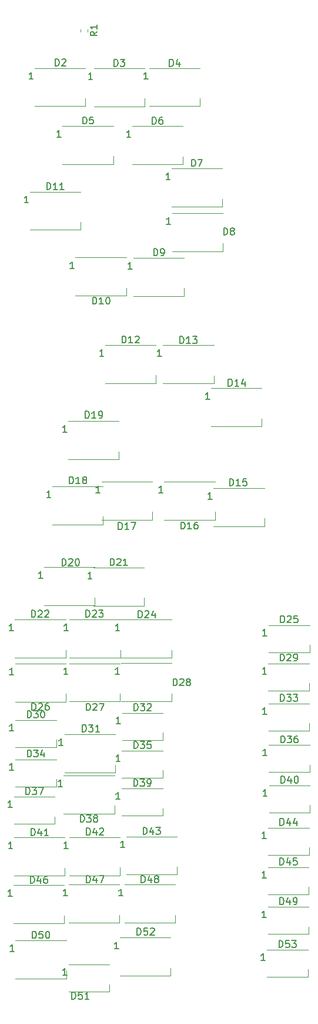
<source format=gbr>
%TF.GenerationSoftware,KiCad,Pcbnew,(5.1.12-1-10_14)*%
%TF.CreationDate,2021-11-21T12:04:54+11:00*%
%TF.ProjectId,SPIN RCV Panel PCB V1,5350494e-2052-4435-9620-50616e656c20,rev?*%
%TF.SameCoordinates,Original*%
%TF.FileFunction,Legend,Top*%
%TF.FilePolarity,Positive*%
%FSLAX46Y46*%
G04 Gerber Fmt 4.6, Leading zero omitted, Abs format (unit mm)*
G04 Created by KiCad (PCBNEW (5.1.12-1-10_14)) date 2021-11-21 12:04:54*
%MOMM*%
%LPD*%
G01*
G04 APERTURE LIST*
%ADD10C,0.120000*%
%ADD11C,0.150000*%
G04 APERTURE END LIST*
D10*
%TO.C,D53*%
X268858000Y-154525000D02*
X274758000Y-154525000D01*
X268858000Y-158425000D02*
X274758000Y-158425000D01*
X274758000Y-158425000D02*
X274758000Y-157350000D01*
%TO.C,D51*%
X240294000Y-156647000D02*
X246194000Y-156647000D01*
X240294000Y-160547000D02*
X246194000Y-160547000D01*
X246194000Y-160547000D02*
X246194000Y-159472000D01*
%TO.C,D49*%
X268996000Y-148367000D02*
X274896000Y-148367000D01*
X268996000Y-152267000D02*
X274896000Y-152267000D01*
X274896000Y-152267000D02*
X274896000Y-151192000D01*
%TO.C,D45*%
X269008000Y-142652000D02*
X274908000Y-142652000D01*
X269008000Y-146552000D02*
X274908000Y-146552000D01*
X274908000Y-146552000D02*
X274908000Y-145477000D01*
%TO.C,D44*%
X269022000Y-136962000D02*
X274922000Y-136962000D01*
X269022000Y-140862000D02*
X274922000Y-140862000D01*
X274922000Y-140862000D02*
X274922000Y-139787000D01*
%TO.C,D40*%
X269160000Y-130892000D02*
X275060000Y-130892000D01*
X269160000Y-134792000D02*
X275060000Y-134792000D01*
X275060000Y-134792000D02*
X275060000Y-133717000D01*
%TO.C,D39*%
X247954000Y-131335000D02*
X253854000Y-131335000D01*
X247954000Y-135235000D02*
X253854000Y-135235000D01*
X253854000Y-135235000D02*
X253854000Y-134160000D01*
%TO.C,D37*%
X232418000Y-132517000D02*
X238318000Y-132517000D01*
X232418000Y-136417000D02*
X238318000Y-136417000D01*
X238318000Y-136417000D02*
X238318000Y-135342000D01*
%TO.C,D36*%
X269137000Y-125087000D02*
X275037000Y-125087000D01*
X269137000Y-128987000D02*
X275037000Y-128987000D01*
X275037000Y-128987000D02*
X275037000Y-127912000D01*
%TO.C,D35*%
X247979000Y-125900000D02*
X253879000Y-125900000D01*
X247979000Y-129800000D02*
X253879000Y-129800000D01*
X253879000Y-129800000D02*
X253879000Y-128725000D01*
%TO.C,D34*%
X232623000Y-127133000D02*
X238523000Y-127133000D01*
X232623000Y-131033000D02*
X238523000Y-131033000D01*
X238523000Y-131033000D02*
X238523000Y-129958000D01*
%TO.C,D33*%
X269087000Y-119118000D02*
X274987000Y-119118000D01*
X269087000Y-123018000D02*
X274987000Y-123018000D01*
X274987000Y-123018000D02*
X274987000Y-121943000D01*
%TO.C,D32*%
X248005000Y-120464000D02*
X253905000Y-120464000D01*
X248005000Y-124364000D02*
X253905000Y-124364000D01*
X253905000Y-124364000D02*
X253905000Y-123289000D01*
%TO.C,D30*%
X232638000Y-121505000D02*
X238538000Y-121505000D01*
X232638000Y-125405000D02*
X238538000Y-125405000D01*
X238538000Y-125405000D02*
X238538000Y-124330000D01*
%TO.C,D29*%
X269056000Y-113327000D02*
X274956000Y-113327000D01*
X269056000Y-117227000D02*
X274956000Y-117227000D01*
X274956000Y-117227000D02*
X274956000Y-116152000D01*
%TO.C,D25*%
X269100000Y-107825000D02*
X275000000Y-107825000D01*
X269100000Y-111725000D02*
X275000000Y-111725000D01*
X275000000Y-111725000D02*
X275000000Y-110650000D01*
%TO.C,R1*%
X242035000Y-22163821D02*
X242035000Y-22489379D01*
X243055000Y-22163821D02*
X243055000Y-22489379D01*
%TO.C,D52*%
X254997000Y-158274000D02*
X254997000Y-157124000D01*
X247697000Y-158274000D02*
X254997000Y-158274000D01*
X247697000Y-152774000D02*
X254997000Y-152774000D01*
%TO.C,D50*%
X239958000Y-158655000D02*
X239958000Y-157505000D01*
X232658000Y-158655000D02*
X239958000Y-158655000D01*
X232658000Y-153155000D02*
X239958000Y-153155000D01*
%TO.C,D48*%
X255632000Y-150654000D02*
X255632000Y-149504000D01*
X248332000Y-150654000D02*
X255632000Y-150654000D01*
X248332000Y-145154000D02*
X255632000Y-145154000D01*
%TO.C,D47*%
X247631000Y-150654000D02*
X247631000Y-149504000D01*
X240331000Y-150654000D02*
X247631000Y-150654000D01*
X240331000Y-145154000D02*
X247631000Y-145154000D01*
%TO.C,D46*%
X239678000Y-150731000D02*
X239678000Y-149581000D01*
X232378000Y-150731000D02*
X239678000Y-150731000D01*
X232378000Y-145231000D02*
X239678000Y-145231000D01*
%TO.C,D43*%
X255897000Y-143720000D02*
X255897000Y-142570000D01*
X248597000Y-143720000D02*
X255897000Y-143720000D01*
X248597000Y-138220000D02*
X255897000Y-138220000D01*
%TO.C,D42*%
X247730000Y-143821000D02*
X247730000Y-142671000D01*
X240430000Y-143821000D02*
X247730000Y-143821000D01*
X240430000Y-138321000D02*
X247730000Y-138321000D01*
%TO.C,D41*%
X239731000Y-143872000D02*
X239731000Y-142722000D01*
X232431000Y-143872000D02*
X239731000Y-143872000D01*
X232431000Y-138372000D02*
X239731000Y-138372000D01*
%TO.C,D38*%
X246900000Y-134950000D02*
X246900000Y-133800000D01*
X239600000Y-134950000D02*
X246900000Y-134950000D01*
X239600000Y-129450000D02*
X246900000Y-129450000D01*
%TO.C,D31*%
X247000000Y-129050000D02*
X247000000Y-127900000D01*
X239700000Y-129050000D02*
X247000000Y-129050000D01*
X239700000Y-123550000D02*
X247000000Y-123550000D01*
%TO.C,D28*%
X255124000Y-118803000D02*
X255124000Y-117653000D01*
X247824000Y-118803000D02*
X255124000Y-118803000D01*
X247824000Y-113303000D02*
X255124000Y-113303000D01*
%TO.C,D27*%
X247707000Y-118828000D02*
X247707000Y-117678000D01*
X240407000Y-118828000D02*
X247707000Y-118828000D01*
X240407000Y-113328000D02*
X247707000Y-113328000D01*
%TO.C,D26*%
X239884000Y-118853000D02*
X239884000Y-117703000D01*
X232584000Y-118853000D02*
X239884000Y-118853000D01*
X232584000Y-113353000D02*
X239884000Y-113353000D01*
%TO.C,D24*%
X255149000Y-112529000D02*
X255149000Y-111379000D01*
X247849000Y-112529000D02*
X255149000Y-112529000D01*
X247849000Y-107029000D02*
X255149000Y-107029000D01*
%TO.C,D23*%
X247744000Y-112529000D02*
X247744000Y-111379000D01*
X240444000Y-112529000D02*
X247744000Y-112529000D01*
X240444000Y-107029000D02*
X247744000Y-107029000D01*
%TO.C,D22*%
X239858000Y-112529000D02*
X239858000Y-111379000D01*
X232558000Y-112529000D02*
X239858000Y-112529000D01*
X232558000Y-107029000D02*
X239858000Y-107029000D01*
%TO.C,D21*%
X251161000Y-105061000D02*
X251161000Y-103911000D01*
X243861000Y-105061000D02*
X251161000Y-105061000D01*
X243861000Y-99561000D02*
X251161000Y-99561000D01*
%TO.C,D20*%
X244075000Y-105010000D02*
X244075000Y-103860000D01*
X236775000Y-105010000D02*
X244075000Y-105010000D01*
X236775000Y-99510000D02*
X244075000Y-99510000D01*
%TO.C,D19*%
X247552000Y-84004400D02*
X247552000Y-82854400D01*
X240252000Y-84004400D02*
X247552000Y-84004400D01*
X240252000Y-78504400D02*
X247552000Y-78504400D01*
%TO.C,D18*%
X245243000Y-93377000D02*
X245243000Y-92227000D01*
X237943000Y-93377000D02*
X245243000Y-93377000D01*
X237943000Y-87877000D02*
X245243000Y-87877000D01*
%TO.C,D17*%
X252340000Y-92700000D02*
X252340000Y-91550000D01*
X245040000Y-92700000D02*
X252340000Y-92700000D01*
X245040000Y-87200000D02*
X252340000Y-87200000D01*
%TO.C,D16*%
X261380000Y-92700000D02*
X261380000Y-91550000D01*
X254080000Y-92700000D02*
X261380000Y-92700000D01*
X254080000Y-87200000D02*
X261380000Y-87200000D01*
%TO.C,D15*%
X268484000Y-93605600D02*
X268484000Y-92455600D01*
X261184000Y-93605600D02*
X268484000Y-93605600D01*
X261184000Y-88105600D02*
X268484000Y-88105600D01*
%TO.C,D14*%
X268129000Y-79254600D02*
X268129000Y-78104600D01*
X260829000Y-79254600D02*
X268129000Y-79254600D01*
X260829000Y-73754600D02*
X268129000Y-73754600D01*
%TO.C,D13*%
X261194000Y-73082400D02*
X261194000Y-71932400D01*
X253894000Y-73082400D02*
X261194000Y-73082400D01*
X253894000Y-67582400D02*
X261194000Y-67582400D01*
%TO.C,D12*%
X252863000Y-73057000D02*
X252863000Y-71907000D01*
X245563000Y-73057000D02*
X252863000Y-73057000D01*
X245563000Y-67557000D02*
X252863000Y-67557000D01*
%TO.C,D11*%
X242017000Y-51009800D02*
X242017000Y-49859800D01*
X234717000Y-51009800D02*
X242017000Y-51009800D01*
X234717000Y-45509800D02*
X242017000Y-45509800D01*
%TO.C,D10*%
X248594000Y-60484000D02*
X248594000Y-59334000D01*
X241294000Y-60484000D02*
X248594000Y-60484000D01*
X241294000Y-54984000D02*
X248594000Y-54984000D01*
%TO.C,D9*%
X256953000Y-60509800D02*
X256953000Y-59359800D01*
X249653000Y-60509800D02*
X256953000Y-60509800D01*
X249653000Y-55009800D02*
X256953000Y-55009800D01*
%TO.C,D8*%
X262488000Y-54083600D02*
X262488000Y-52933600D01*
X255188000Y-54083600D02*
X262488000Y-54083600D01*
X255188000Y-48583600D02*
X262488000Y-48583600D01*
%TO.C,D7*%
X262425000Y-47682600D02*
X262425000Y-46532600D01*
X255125000Y-47682600D02*
X262425000Y-47682600D01*
X255125000Y-42182600D02*
X262425000Y-42182600D01*
%TO.C,D6*%
X256749000Y-41586800D02*
X256749000Y-40436800D01*
X249449000Y-41586800D02*
X256749000Y-41586800D01*
X249449000Y-36086800D02*
X256749000Y-36086800D01*
%TO.C,D5*%
X246716000Y-41535600D02*
X246716000Y-40385600D01*
X239416000Y-41535600D02*
X246716000Y-41535600D01*
X239416000Y-36035600D02*
X246716000Y-36035600D01*
%TO.C,D4*%
X259239000Y-33230200D02*
X259239000Y-32080200D01*
X251939000Y-33230200D02*
X259239000Y-33230200D01*
X251939000Y-27730200D02*
X259239000Y-27730200D01*
%TO.C,D3*%
X251261000Y-33255600D02*
X251261000Y-32105600D01*
X243961000Y-33255600D02*
X251261000Y-33255600D01*
X243961000Y-27755600D02*
X251261000Y-27755600D01*
%TO.C,D2*%
X242701000Y-33229800D02*
X242701000Y-32079800D01*
X235401000Y-33229800D02*
X242701000Y-33229800D01*
X235401000Y-27729800D02*
X242701000Y-27729800D01*
%TO.C,D53*%
D11*
X270593714Y-154177380D02*
X270593714Y-153177380D01*
X270831809Y-153177380D01*
X270974666Y-153225000D01*
X271069904Y-153320238D01*
X271117523Y-153415476D01*
X271165142Y-153605952D01*
X271165142Y-153748809D01*
X271117523Y-153939285D01*
X271069904Y-154034523D01*
X270974666Y-154129761D01*
X270831809Y-154177380D01*
X270593714Y-154177380D01*
X272069904Y-153177380D02*
X271593714Y-153177380D01*
X271546095Y-153653571D01*
X271593714Y-153605952D01*
X271688952Y-153558333D01*
X271927047Y-153558333D01*
X272022285Y-153605952D01*
X272069904Y-153653571D01*
X272117523Y-153748809D01*
X272117523Y-153986904D01*
X272069904Y-154082142D01*
X272022285Y-154129761D01*
X271927047Y-154177380D01*
X271688952Y-154177380D01*
X271593714Y-154129761D01*
X271546095Y-154082142D01*
X272450857Y-153177380D02*
X273069904Y-153177380D01*
X272736571Y-153558333D01*
X272879428Y-153558333D01*
X272974666Y-153605952D01*
X273022285Y-153653571D01*
X273069904Y-153748809D01*
X273069904Y-153986904D01*
X273022285Y-154082142D01*
X272974666Y-154129761D01*
X272879428Y-154177380D01*
X272593714Y-154177380D01*
X272498476Y-154129761D01*
X272450857Y-154082142D01*
X268593714Y-156052380D02*
X268022285Y-156052380D01*
X268308000Y-156052380D02*
X268308000Y-155052380D01*
X268212761Y-155195238D01*
X268117523Y-155290476D01*
X268022285Y-155338095D01*
%TO.C,D51*%
X240760714Y-161602380D02*
X240760714Y-160602380D01*
X240998809Y-160602380D01*
X241141666Y-160650000D01*
X241236904Y-160745238D01*
X241284523Y-160840476D01*
X241332142Y-161030952D01*
X241332142Y-161173809D01*
X241284523Y-161364285D01*
X241236904Y-161459523D01*
X241141666Y-161554761D01*
X240998809Y-161602380D01*
X240760714Y-161602380D01*
X242236904Y-160602380D02*
X241760714Y-160602380D01*
X241713095Y-161078571D01*
X241760714Y-161030952D01*
X241855952Y-160983333D01*
X242094047Y-160983333D01*
X242189285Y-161030952D01*
X242236904Y-161078571D01*
X242284523Y-161173809D01*
X242284523Y-161411904D01*
X242236904Y-161507142D01*
X242189285Y-161554761D01*
X242094047Y-161602380D01*
X241855952Y-161602380D01*
X241760714Y-161554761D01*
X241713095Y-161507142D01*
X243236904Y-161602380D02*
X242665476Y-161602380D01*
X242951190Y-161602380D02*
X242951190Y-160602380D01*
X242855952Y-160745238D01*
X242760714Y-160840476D01*
X242665476Y-160888095D01*
X240029714Y-158174380D02*
X239458285Y-158174380D01*
X239744000Y-158174380D02*
X239744000Y-157174380D01*
X239648761Y-157317238D01*
X239553523Y-157412476D01*
X239458285Y-157460095D01*
%TO.C,D49*%
X270731714Y-148019380D02*
X270731714Y-147019380D01*
X270969809Y-147019380D01*
X271112666Y-147067000D01*
X271207904Y-147162238D01*
X271255523Y-147257476D01*
X271303142Y-147447952D01*
X271303142Y-147590809D01*
X271255523Y-147781285D01*
X271207904Y-147876523D01*
X271112666Y-147971761D01*
X270969809Y-148019380D01*
X270731714Y-148019380D01*
X272160285Y-147352714D02*
X272160285Y-148019380D01*
X271922190Y-146971761D02*
X271684095Y-147686047D01*
X272303142Y-147686047D01*
X272731714Y-148019380D02*
X272922190Y-148019380D01*
X273017428Y-147971761D01*
X273065047Y-147924142D01*
X273160285Y-147781285D01*
X273207904Y-147590809D01*
X273207904Y-147209857D01*
X273160285Y-147114619D01*
X273112666Y-147067000D01*
X273017428Y-147019380D01*
X272826952Y-147019380D01*
X272731714Y-147067000D01*
X272684095Y-147114619D01*
X272636476Y-147209857D01*
X272636476Y-147447952D01*
X272684095Y-147543190D01*
X272731714Y-147590809D01*
X272826952Y-147638428D01*
X273017428Y-147638428D01*
X273112666Y-147590809D01*
X273160285Y-147543190D01*
X273207904Y-147447952D01*
X268731714Y-149894380D02*
X268160285Y-149894380D01*
X268446000Y-149894380D02*
X268446000Y-148894380D01*
X268350761Y-149037238D01*
X268255523Y-149132476D01*
X268160285Y-149180095D01*
%TO.C,D45*%
X270743714Y-142304380D02*
X270743714Y-141304380D01*
X270981809Y-141304380D01*
X271124666Y-141352000D01*
X271219904Y-141447238D01*
X271267523Y-141542476D01*
X271315142Y-141732952D01*
X271315142Y-141875809D01*
X271267523Y-142066285D01*
X271219904Y-142161523D01*
X271124666Y-142256761D01*
X270981809Y-142304380D01*
X270743714Y-142304380D01*
X272172285Y-141637714D02*
X272172285Y-142304380D01*
X271934190Y-141256761D02*
X271696095Y-141971047D01*
X272315142Y-141971047D01*
X273172285Y-141304380D02*
X272696095Y-141304380D01*
X272648476Y-141780571D01*
X272696095Y-141732952D01*
X272791333Y-141685333D01*
X273029428Y-141685333D01*
X273124666Y-141732952D01*
X273172285Y-141780571D01*
X273219904Y-141875809D01*
X273219904Y-142113904D01*
X273172285Y-142209142D01*
X273124666Y-142256761D01*
X273029428Y-142304380D01*
X272791333Y-142304380D01*
X272696095Y-142256761D01*
X272648476Y-142209142D01*
X268743714Y-144179380D02*
X268172285Y-144179380D01*
X268458000Y-144179380D02*
X268458000Y-143179380D01*
X268362761Y-143322238D01*
X268267523Y-143417476D01*
X268172285Y-143465095D01*
%TO.C,D44*%
X270757714Y-136614380D02*
X270757714Y-135614380D01*
X270995809Y-135614380D01*
X271138666Y-135662000D01*
X271233904Y-135757238D01*
X271281523Y-135852476D01*
X271329142Y-136042952D01*
X271329142Y-136185809D01*
X271281523Y-136376285D01*
X271233904Y-136471523D01*
X271138666Y-136566761D01*
X270995809Y-136614380D01*
X270757714Y-136614380D01*
X272186285Y-135947714D02*
X272186285Y-136614380D01*
X271948190Y-135566761D02*
X271710095Y-136281047D01*
X272329142Y-136281047D01*
X273138666Y-135947714D02*
X273138666Y-136614380D01*
X272900571Y-135566761D02*
X272662476Y-136281047D01*
X273281523Y-136281047D01*
X268757714Y-138489380D02*
X268186285Y-138489380D01*
X268472000Y-138489380D02*
X268472000Y-137489380D01*
X268376761Y-137632238D01*
X268281523Y-137727476D01*
X268186285Y-137775095D01*
%TO.C,D40*%
X270895714Y-130544380D02*
X270895714Y-129544380D01*
X271133809Y-129544380D01*
X271276666Y-129592000D01*
X271371904Y-129687238D01*
X271419523Y-129782476D01*
X271467142Y-129972952D01*
X271467142Y-130115809D01*
X271419523Y-130306285D01*
X271371904Y-130401523D01*
X271276666Y-130496761D01*
X271133809Y-130544380D01*
X270895714Y-130544380D01*
X272324285Y-129877714D02*
X272324285Y-130544380D01*
X272086190Y-129496761D02*
X271848095Y-130211047D01*
X272467142Y-130211047D01*
X273038571Y-129544380D02*
X273133809Y-129544380D01*
X273229047Y-129592000D01*
X273276666Y-129639619D01*
X273324285Y-129734857D01*
X273371904Y-129925333D01*
X273371904Y-130163428D01*
X273324285Y-130353904D01*
X273276666Y-130449142D01*
X273229047Y-130496761D01*
X273133809Y-130544380D01*
X273038571Y-130544380D01*
X272943333Y-130496761D01*
X272895714Y-130449142D01*
X272848095Y-130353904D01*
X272800476Y-130163428D01*
X272800476Y-129925333D01*
X272848095Y-129734857D01*
X272895714Y-129639619D01*
X272943333Y-129592000D01*
X273038571Y-129544380D01*
X268895714Y-132419380D02*
X268324285Y-132419380D01*
X268610000Y-132419380D02*
X268610000Y-131419380D01*
X268514761Y-131562238D01*
X268419523Y-131657476D01*
X268324285Y-131705095D01*
%TO.C,D39*%
X249689714Y-130987380D02*
X249689714Y-129987380D01*
X249927809Y-129987380D01*
X250070666Y-130035000D01*
X250165904Y-130130238D01*
X250213523Y-130225476D01*
X250261142Y-130415952D01*
X250261142Y-130558809D01*
X250213523Y-130749285D01*
X250165904Y-130844523D01*
X250070666Y-130939761D01*
X249927809Y-130987380D01*
X249689714Y-130987380D01*
X250594476Y-129987380D02*
X251213523Y-129987380D01*
X250880190Y-130368333D01*
X251023047Y-130368333D01*
X251118285Y-130415952D01*
X251165904Y-130463571D01*
X251213523Y-130558809D01*
X251213523Y-130796904D01*
X251165904Y-130892142D01*
X251118285Y-130939761D01*
X251023047Y-130987380D01*
X250737333Y-130987380D01*
X250642095Y-130939761D01*
X250594476Y-130892142D01*
X251689714Y-130987380D02*
X251880190Y-130987380D01*
X251975428Y-130939761D01*
X252023047Y-130892142D01*
X252118285Y-130749285D01*
X252165904Y-130558809D01*
X252165904Y-130177857D01*
X252118285Y-130082619D01*
X252070666Y-130035000D01*
X251975428Y-129987380D01*
X251784952Y-129987380D01*
X251689714Y-130035000D01*
X251642095Y-130082619D01*
X251594476Y-130177857D01*
X251594476Y-130415952D01*
X251642095Y-130511190D01*
X251689714Y-130558809D01*
X251784952Y-130606428D01*
X251975428Y-130606428D01*
X252070666Y-130558809D01*
X252118285Y-130511190D01*
X252165904Y-130415952D01*
X247689714Y-132862380D02*
X247118285Y-132862380D01*
X247404000Y-132862380D02*
X247404000Y-131862380D01*
X247308761Y-132005238D01*
X247213523Y-132100476D01*
X247118285Y-132148095D01*
%TO.C,D37*%
X234153714Y-132169380D02*
X234153714Y-131169380D01*
X234391809Y-131169380D01*
X234534666Y-131217000D01*
X234629904Y-131312238D01*
X234677523Y-131407476D01*
X234725142Y-131597952D01*
X234725142Y-131740809D01*
X234677523Y-131931285D01*
X234629904Y-132026523D01*
X234534666Y-132121761D01*
X234391809Y-132169380D01*
X234153714Y-132169380D01*
X235058476Y-131169380D02*
X235677523Y-131169380D01*
X235344190Y-131550333D01*
X235487047Y-131550333D01*
X235582285Y-131597952D01*
X235629904Y-131645571D01*
X235677523Y-131740809D01*
X235677523Y-131978904D01*
X235629904Y-132074142D01*
X235582285Y-132121761D01*
X235487047Y-132169380D01*
X235201333Y-132169380D01*
X235106095Y-132121761D01*
X235058476Y-132074142D01*
X236010857Y-131169380D02*
X236677523Y-131169380D01*
X236248952Y-132169380D01*
X232153714Y-134044380D02*
X231582285Y-134044380D01*
X231868000Y-134044380D02*
X231868000Y-133044380D01*
X231772761Y-133187238D01*
X231677523Y-133282476D01*
X231582285Y-133330095D01*
%TO.C,D36*%
X270872714Y-124739380D02*
X270872714Y-123739380D01*
X271110809Y-123739380D01*
X271253666Y-123787000D01*
X271348904Y-123882238D01*
X271396523Y-123977476D01*
X271444142Y-124167952D01*
X271444142Y-124310809D01*
X271396523Y-124501285D01*
X271348904Y-124596523D01*
X271253666Y-124691761D01*
X271110809Y-124739380D01*
X270872714Y-124739380D01*
X271777476Y-123739380D02*
X272396523Y-123739380D01*
X272063190Y-124120333D01*
X272206047Y-124120333D01*
X272301285Y-124167952D01*
X272348904Y-124215571D01*
X272396523Y-124310809D01*
X272396523Y-124548904D01*
X272348904Y-124644142D01*
X272301285Y-124691761D01*
X272206047Y-124739380D01*
X271920333Y-124739380D01*
X271825095Y-124691761D01*
X271777476Y-124644142D01*
X273253666Y-123739380D02*
X273063190Y-123739380D01*
X272967952Y-123787000D01*
X272920333Y-123834619D01*
X272825095Y-123977476D01*
X272777476Y-124167952D01*
X272777476Y-124548904D01*
X272825095Y-124644142D01*
X272872714Y-124691761D01*
X272967952Y-124739380D01*
X273158428Y-124739380D01*
X273253666Y-124691761D01*
X273301285Y-124644142D01*
X273348904Y-124548904D01*
X273348904Y-124310809D01*
X273301285Y-124215571D01*
X273253666Y-124167952D01*
X273158428Y-124120333D01*
X272967952Y-124120333D01*
X272872714Y-124167952D01*
X272825095Y-124215571D01*
X272777476Y-124310809D01*
X268872714Y-126614380D02*
X268301285Y-126614380D01*
X268587000Y-126614380D02*
X268587000Y-125614380D01*
X268491761Y-125757238D01*
X268396523Y-125852476D01*
X268301285Y-125900095D01*
%TO.C,D35*%
X249714714Y-125552380D02*
X249714714Y-124552380D01*
X249952809Y-124552380D01*
X250095666Y-124600000D01*
X250190904Y-124695238D01*
X250238523Y-124790476D01*
X250286142Y-124980952D01*
X250286142Y-125123809D01*
X250238523Y-125314285D01*
X250190904Y-125409523D01*
X250095666Y-125504761D01*
X249952809Y-125552380D01*
X249714714Y-125552380D01*
X250619476Y-124552380D02*
X251238523Y-124552380D01*
X250905190Y-124933333D01*
X251048047Y-124933333D01*
X251143285Y-124980952D01*
X251190904Y-125028571D01*
X251238523Y-125123809D01*
X251238523Y-125361904D01*
X251190904Y-125457142D01*
X251143285Y-125504761D01*
X251048047Y-125552380D01*
X250762333Y-125552380D01*
X250667095Y-125504761D01*
X250619476Y-125457142D01*
X252143285Y-124552380D02*
X251667095Y-124552380D01*
X251619476Y-125028571D01*
X251667095Y-124980952D01*
X251762333Y-124933333D01*
X252000428Y-124933333D01*
X252095666Y-124980952D01*
X252143285Y-125028571D01*
X252190904Y-125123809D01*
X252190904Y-125361904D01*
X252143285Y-125457142D01*
X252095666Y-125504761D01*
X252000428Y-125552380D01*
X251762333Y-125552380D01*
X251667095Y-125504761D01*
X251619476Y-125457142D01*
X247714714Y-127427380D02*
X247143285Y-127427380D01*
X247429000Y-127427380D02*
X247429000Y-126427380D01*
X247333761Y-126570238D01*
X247238523Y-126665476D01*
X247143285Y-126713095D01*
%TO.C,D34*%
X234358714Y-126785380D02*
X234358714Y-125785380D01*
X234596809Y-125785380D01*
X234739666Y-125833000D01*
X234834904Y-125928238D01*
X234882523Y-126023476D01*
X234930142Y-126213952D01*
X234930142Y-126356809D01*
X234882523Y-126547285D01*
X234834904Y-126642523D01*
X234739666Y-126737761D01*
X234596809Y-126785380D01*
X234358714Y-126785380D01*
X235263476Y-125785380D02*
X235882523Y-125785380D01*
X235549190Y-126166333D01*
X235692047Y-126166333D01*
X235787285Y-126213952D01*
X235834904Y-126261571D01*
X235882523Y-126356809D01*
X235882523Y-126594904D01*
X235834904Y-126690142D01*
X235787285Y-126737761D01*
X235692047Y-126785380D01*
X235406333Y-126785380D01*
X235311095Y-126737761D01*
X235263476Y-126690142D01*
X236739666Y-126118714D02*
X236739666Y-126785380D01*
X236501571Y-125737761D02*
X236263476Y-126452047D01*
X236882523Y-126452047D01*
X232358714Y-128660380D02*
X231787285Y-128660380D01*
X232073000Y-128660380D02*
X232073000Y-127660380D01*
X231977761Y-127803238D01*
X231882523Y-127898476D01*
X231787285Y-127946095D01*
%TO.C,D33*%
X270822714Y-118770380D02*
X270822714Y-117770380D01*
X271060809Y-117770380D01*
X271203666Y-117818000D01*
X271298904Y-117913238D01*
X271346523Y-118008476D01*
X271394142Y-118198952D01*
X271394142Y-118341809D01*
X271346523Y-118532285D01*
X271298904Y-118627523D01*
X271203666Y-118722761D01*
X271060809Y-118770380D01*
X270822714Y-118770380D01*
X271727476Y-117770380D02*
X272346523Y-117770380D01*
X272013190Y-118151333D01*
X272156047Y-118151333D01*
X272251285Y-118198952D01*
X272298904Y-118246571D01*
X272346523Y-118341809D01*
X272346523Y-118579904D01*
X272298904Y-118675142D01*
X272251285Y-118722761D01*
X272156047Y-118770380D01*
X271870333Y-118770380D01*
X271775095Y-118722761D01*
X271727476Y-118675142D01*
X272679857Y-117770380D02*
X273298904Y-117770380D01*
X272965571Y-118151333D01*
X273108428Y-118151333D01*
X273203666Y-118198952D01*
X273251285Y-118246571D01*
X273298904Y-118341809D01*
X273298904Y-118579904D01*
X273251285Y-118675142D01*
X273203666Y-118722761D01*
X273108428Y-118770380D01*
X272822714Y-118770380D01*
X272727476Y-118722761D01*
X272679857Y-118675142D01*
X268822714Y-120645380D02*
X268251285Y-120645380D01*
X268537000Y-120645380D02*
X268537000Y-119645380D01*
X268441761Y-119788238D01*
X268346523Y-119883476D01*
X268251285Y-119931095D01*
%TO.C,D32*%
X249740714Y-120116380D02*
X249740714Y-119116380D01*
X249978809Y-119116380D01*
X250121666Y-119164000D01*
X250216904Y-119259238D01*
X250264523Y-119354476D01*
X250312142Y-119544952D01*
X250312142Y-119687809D01*
X250264523Y-119878285D01*
X250216904Y-119973523D01*
X250121666Y-120068761D01*
X249978809Y-120116380D01*
X249740714Y-120116380D01*
X250645476Y-119116380D02*
X251264523Y-119116380D01*
X250931190Y-119497333D01*
X251074047Y-119497333D01*
X251169285Y-119544952D01*
X251216904Y-119592571D01*
X251264523Y-119687809D01*
X251264523Y-119925904D01*
X251216904Y-120021142D01*
X251169285Y-120068761D01*
X251074047Y-120116380D01*
X250788333Y-120116380D01*
X250693095Y-120068761D01*
X250645476Y-120021142D01*
X251645476Y-119211619D02*
X251693095Y-119164000D01*
X251788333Y-119116380D01*
X252026428Y-119116380D01*
X252121666Y-119164000D01*
X252169285Y-119211619D01*
X252216904Y-119306857D01*
X252216904Y-119402095D01*
X252169285Y-119544952D01*
X251597857Y-120116380D01*
X252216904Y-120116380D01*
X247740714Y-121991380D02*
X247169285Y-121991380D01*
X247455000Y-121991380D02*
X247455000Y-120991380D01*
X247359761Y-121134238D01*
X247264523Y-121229476D01*
X247169285Y-121277095D01*
%TO.C,D30*%
X234373714Y-121157380D02*
X234373714Y-120157380D01*
X234611809Y-120157380D01*
X234754666Y-120205000D01*
X234849904Y-120300238D01*
X234897523Y-120395476D01*
X234945142Y-120585952D01*
X234945142Y-120728809D01*
X234897523Y-120919285D01*
X234849904Y-121014523D01*
X234754666Y-121109761D01*
X234611809Y-121157380D01*
X234373714Y-121157380D01*
X235278476Y-120157380D02*
X235897523Y-120157380D01*
X235564190Y-120538333D01*
X235707047Y-120538333D01*
X235802285Y-120585952D01*
X235849904Y-120633571D01*
X235897523Y-120728809D01*
X235897523Y-120966904D01*
X235849904Y-121062142D01*
X235802285Y-121109761D01*
X235707047Y-121157380D01*
X235421333Y-121157380D01*
X235326095Y-121109761D01*
X235278476Y-121062142D01*
X236516571Y-120157380D02*
X236611809Y-120157380D01*
X236707047Y-120205000D01*
X236754666Y-120252619D01*
X236802285Y-120347857D01*
X236849904Y-120538333D01*
X236849904Y-120776428D01*
X236802285Y-120966904D01*
X236754666Y-121062142D01*
X236707047Y-121109761D01*
X236611809Y-121157380D01*
X236516571Y-121157380D01*
X236421333Y-121109761D01*
X236373714Y-121062142D01*
X236326095Y-120966904D01*
X236278476Y-120776428D01*
X236278476Y-120538333D01*
X236326095Y-120347857D01*
X236373714Y-120252619D01*
X236421333Y-120205000D01*
X236516571Y-120157380D01*
X232373714Y-123032380D02*
X231802285Y-123032380D01*
X232088000Y-123032380D02*
X232088000Y-122032380D01*
X231992761Y-122175238D01*
X231897523Y-122270476D01*
X231802285Y-122318095D01*
%TO.C,D29*%
X270791714Y-112979380D02*
X270791714Y-111979380D01*
X271029809Y-111979380D01*
X271172666Y-112027000D01*
X271267904Y-112122238D01*
X271315523Y-112217476D01*
X271363142Y-112407952D01*
X271363142Y-112550809D01*
X271315523Y-112741285D01*
X271267904Y-112836523D01*
X271172666Y-112931761D01*
X271029809Y-112979380D01*
X270791714Y-112979380D01*
X271744095Y-112074619D02*
X271791714Y-112027000D01*
X271886952Y-111979380D01*
X272125047Y-111979380D01*
X272220285Y-112027000D01*
X272267904Y-112074619D01*
X272315523Y-112169857D01*
X272315523Y-112265095D01*
X272267904Y-112407952D01*
X271696476Y-112979380D01*
X272315523Y-112979380D01*
X272791714Y-112979380D02*
X272982190Y-112979380D01*
X273077428Y-112931761D01*
X273125047Y-112884142D01*
X273220285Y-112741285D01*
X273267904Y-112550809D01*
X273267904Y-112169857D01*
X273220285Y-112074619D01*
X273172666Y-112027000D01*
X273077428Y-111979380D01*
X272886952Y-111979380D01*
X272791714Y-112027000D01*
X272744095Y-112074619D01*
X272696476Y-112169857D01*
X272696476Y-112407952D01*
X272744095Y-112503190D01*
X272791714Y-112550809D01*
X272886952Y-112598428D01*
X273077428Y-112598428D01*
X273172666Y-112550809D01*
X273220285Y-112503190D01*
X273267904Y-112407952D01*
X268791714Y-114854380D02*
X268220285Y-114854380D01*
X268506000Y-114854380D02*
X268506000Y-113854380D01*
X268410761Y-113997238D01*
X268315523Y-114092476D01*
X268220285Y-114140095D01*
%TO.C,D25*%
X270835714Y-107477380D02*
X270835714Y-106477380D01*
X271073809Y-106477380D01*
X271216666Y-106525000D01*
X271311904Y-106620238D01*
X271359523Y-106715476D01*
X271407142Y-106905952D01*
X271407142Y-107048809D01*
X271359523Y-107239285D01*
X271311904Y-107334523D01*
X271216666Y-107429761D01*
X271073809Y-107477380D01*
X270835714Y-107477380D01*
X271788095Y-106572619D02*
X271835714Y-106525000D01*
X271930952Y-106477380D01*
X272169047Y-106477380D01*
X272264285Y-106525000D01*
X272311904Y-106572619D01*
X272359523Y-106667857D01*
X272359523Y-106763095D01*
X272311904Y-106905952D01*
X271740476Y-107477380D01*
X272359523Y-107477380D01*
X273264285Y-106477380D02*
X272788095Y-106477380D01*
X272740476Y-106953571D01*
X272788095Y-106905952D01*
X272883333Y-106858333D01*
X273121428Y-106858333D01*
X273216666Y-106905952D01*
X273264285Y-106953571D01*
X273311904Y-107048809D01*
X273311904Y-107286904D01*
X273264285Y-107382142D01*
X273216666Y-107429761D01*
X273121428Y-107477380D01*
X272883333Y-107477380D01*
X272788095Y-107429761D01*
X272740476Y-107382142D01*
X268835714Y-109352380D02*
X268264285Y-109352380D01*
X268550000Y-109352380D02*
X268550000Y-108352380D01*
X268454761Y-108495238D01*
X268359523Y-108590476D01*
X268264285Y-108638095D01*
%TO.C,R1*%
X244427380Y-22493266D02*
X243951190Y-22826600D01*
X244427380Y-23064695D02*
X243427380Y-23064695D01*
X243427380Y-22683742D01*
X243475000Y-22588504D01*
X243522619Y-22540885D01*
X243617857Y-22493266D01*
X243760714Y-22493266D01*
X243855952Y-22540885D01*
X243903571Y-22588504D01*
X243951190Y-22683742D01*
X243951190Y-23064695D01*
X244427380Y-21540885D02*
X244427380Y-22112314D01*
X244427380Y-21826600D02*
X243427380Y-21826600D01*
X243570238Y-21921838D01*
X243665476Y-22017076D01*
X243713095Y-22112314D01*
%TO.C,D52*%
X250169714Y-152395180D02*
X250169714Y-151395180D01*
X250407809Y-151395180D01*
X250550666Y-151442800D01*
X250645904Y-151538038D01*
X250693523Y-151633276D01*
X250741142Y-151823752D01*
X250741142Y-151966609D01*
X250693523Y-152157085D01*
X250645904Y-152252323D01*
X250550666Y-152347561D01*
X250407809Y-152395180D01*
X250169714Y-152395180D01*
X251645904Y-151395180D02*
X251169714Y-151395180D01*
X251122095Y-151871371D01*
X251169714Y-151823752D01*
X251264952Y-151776133D01*
X251503047Y-151776133D01*
X251598285Y-151823752D01*
X251645904Y-151871371D01*
X251693523Y-151966609D01*
X251693523Y-152204704D01*
X251645904Y-152299942D01*
X251598285Y-152347561D01*
X251503047Y-152395180D01*
X251264952Y-152395180D01*
X251169714Y-152347561D01*
X251122095Y-152299942D01*
X252074476Y-151490419D02*
X252122095Y-151442800D01*
X252217333Y-151395180D01*
X252455428Y-151395180D01*
X252550666Y-151442800D01*
X252598285Y-151490419D01*
X252645904Y-151585657D01*
X252645904Y-151680895D01*
X252598285Y-151823752D01*
X252026857Y-152395180D01*
X252645904Y-152395180D01*
X247482714Y-154376380D02*
X246911285Y-154376380D01*
X247197000Y-154376380D02*
X247197000Y-153376380D01*
X247101761Y-153519238D01*
X247006523Y-153614476D01*
X246911285Y-153662095D01*
%TO.C,D50*%
X235093714Y-152857380D02*
X235093714Y-151857380D01*
X235331809Y-151857380D01*
X235474666Y-151905000D01*
X235569904Y-152000238D01*
X235617523Y-152095476D01*
X235665142Y-152285952D01*
X235665142Y-152428809D01*
X235617523Y-152619285D01*
X235569904Y-152714523D01*
X235474666Y-152809761D01*
X235331809Y-152857380D01*
X235093714Y-152857380D01*
X236569904Y-151857380D02*
X236093714Y-151857380D01*
X236046095Y-152333571D01*
X236093714Y-152285952D01*
X236188952Y-152238333D01*
X236427047Y-152238333D01*
X236522285Y-152285952D01*
X236569904Y-152333571D01*
X236617523Y-152428809D01*
X236617523Y-152666904D01*
X236569904Y-152762142D01*
X236522285Y-152809761D01*
X236427047Y-152857380D01*
X236188952Y-152857380D01*
X236093714Y-152809761D01*
X236046095Y-152762142D01*
X237236571Y-151857380D02*
X237331809Y-151857380D01*
X237427047Y-151905000D01*
X237474666Y-151952619D01*
X237522285Y-152047857D01*
X237569904Y-152238333D01*
X237569904Y-152476428D01*
X237522285Y-152666904D01*
X237474666Y-152762142D01*
X237427047Y-152809761D01*
X237331809Y-152857380D01*
X237236571Y-152857380D01*
X237141333Y-152809761D01*
X237093714Y-152762142D01*
X237046095Y-152666904D01*
X236998476Y-152476428D01*
X236998476Y-152238333D01*
X237046095Y-152047857D01*
X237093714Y-151952619D01*
X237141333Y-151905000D01*
X237236571Y-151857380D01*
X232443714Y-154757380D02*
X231872285Y-154757380D01*
X232158000Y-154757380D02*
X232158000Y-153757380D01*
X232062761Y-153900238D01*
X231967523Y-153995476D01*
X231872285Y-154043095D01*
%TO.C,D48*%
X250767714Y-144856380D02*
X250767714Y-143856380D01*
X251005809Y-143856380D01*
X251148666Y-143904000D01*
X251243904Y-143999238D01*
X251291523Y-144094476D01*
X251339142Y-144284952D01*
X251339142Y-144427809D01*
X251291523Y-144618285D01*
X251243904Y-144713523D01*
X251148666Y-144808761D01*
X251005809Y-144856380D01*
X250767714Y-144856380D01*
X252196285Y-144189714D02*
X252196285Y-144856380D01*
X251958190Y-143808761D02*
X251720095Y-144523047D01*
X252339142Y-144523047D01*
X252862952Y-144284952D02*
X252767714Y-144237333D01*
X252720095Y-144189714D01*
X252672476Y-144094476D01*
X252672476Y-144046857D01*
X252720095Y-143951619D01*
X252767714Y-143904000D01*
X252862952Y-143856380D01*
X253053428Y-143856380D01*
X253148666Y-143904000D01*
X253196285Y-143951619D01*
X253243904Y-144046857D01*
X253243904Y-144094476D01*
X253196285Y-144189714D01*
X253148666Y-144237333D01*
X253053428Y-144284952D01*
X252862952Y-144284952D01*
X252767714Y-144332571D01*
X252720095Y-144380190D01*
X252672476Y-144475428D01*
X252672476Y-144665904D01*
X252720095Y-144761142D01*
X252767714Y-144808761D01*
X252862952Y-144856380D01*
X253053428Y-144856380D01*
X253148666Y-144808761D01*
X253196285Y-144761142D01*
X253243904Y-144665904D01*
X253243904Y-144475428D01*
X253196285Y-144380190D01*
X253148666Y-144332571D01*
X253053428Y-144284952D01*
X248117714Y-146756380D02*
X247546285Y-146756380D01*
X247832000Y-146756380D02*
X247832000Y-145756380D01*
X247736761Y-145899238D01*
X247641523Y-145994476D01*
X247546285Y-146042095D01*
%TO.C,D47*%
X242879914Y-144876780D02*
X242879914Y-143876780D01*
X243118009Y-143876780D01*
X243260866Y-143924400D01*
X243356104Y-144019638D01*
X243403723Y-144114876D01*
X243451342Y-144305352D01*
X243451342Y-144448209D01*
X243403723Y-144638685D01*
X243356104Y-144733923D01*
X243260866Y-144829161D01*
X243118009Y-144876780D01*
X242879914Y-144876780D01*
X244308485Y-144210114D02*
X244308485Y-144876780D01*
X244070390Y-143829161D02*
X243832295Y-144543447D01*
X244451342Y-144543447D01*
X244737057Y-143876780D02*
X245403723Y-143876780D01*
X244975152Y-144876780D01*
X240116714Y-146756380D02*
X239545285Y-146756380D01*
X239831000Y-146756380D02*
X239831000Y-145756380D01*
X239735761Y-145899238D01*
X239640523Y-145994476D01*
X239545285Y-146042095D01*
%TO.C,D46*%
X234813714Y-144933380D02*
X234813714Y-143933380D01*
X235051809Y-143933380D01*
X235194666Y-143981000D01*
X235289904Y-144076238D01*
X235337523Y-144171476D01*
X235385142Y-144361952D01*
X235385142Y-144504809D01*
X235337523Y-144695285D01*
X235289904Y-144790523D01*
X235194666Y-144885761D01*
X235051809Y-144933380D01*
X234813714Y-144933380D01*
X236242285Y-144266714D02*
X236242285Y-144933380D01*
X236004190Y-143885761D02*
X235766095Y-144600047D01*
X236385142Y-144600047D01*
X237194666Y-143933380D02*
X237004190Y-143933380D01*
X236908952Y-143981000D01*
X236861333Y-144028619D01*
X236766095Y-144171476D01*
X236718476Y-144361952D01*
X236718476Y-144742904D01*
X236766095Y-144838142D01*
X236813714Y-144885761D01*
X236908952Y-144933380D01*
X237099428Y-144933380D01*
X237194666Y-144885761D01*
X237242285Y-144838142D01*
X237289904Y-144742904D01*
X237289904Y-144504809D01*
X237242285Y-144409571D01*
X237194666Y-144361952D01*
X237099428Y-144314333D01*
X236908952Y-144314333D01*
X236813714Y-144361952D01*
X236766095Y-144409571D01*
X236718476Y-144504809D01*
X232163714Y-146833380D02*
X231592285Y-146833380D01*
X231878000Y-146833380D02*
X231878000Y-145833380D01*
X231782761Y-145976238D01*
X231687523Y-146071476D01*
X231592285Y-146119095D01*
%TO.C,D43*%
X251032714Y-137922380D02*
X251032714Y-136922380D01*
X251270809Y-136922380D01*
X251413666Y-136970000D01*
X251508904Y-137065238D01*
X251556523Y-137160476D01*
X251604142Y-137350952D01*
X251604142Y-137493809D01*
X251556523Y-137684285D01*
X251508904Y-137779523D01*
X251413666Y-137874761D01*
X251270809Y-137922380D01*
X251032714Y-137922380D01*
X252461285Y-137255714D02*
X252461285Y-137922380D01*
X252223190Y-136874761D02*
X251985095Y-137589047D01*
X252604142Y-137589047D01*
X252889857Y-136922380D02*
X253508904Y-136922380D01*
X253175571Y-137303333D01*
X253318428Y-137303333D01*
X253413666Y-137350952D01*
X253461285Y-137398571D01*
X253508904Y-137493809D01*
X253508904Y-137731904D01*
X253461285Y-137827142D01*
X253413666Y-137874761D01*
X253318428Y-137922380D01*
X253032714Y-137922380D01*
X252937476Y-137874761D01*
X252889857Y-137827142D01*
X248382714Y-139822380D02*
X247811285Y-139822380D01*
X248097000Y-139822380D02*
X248097000Y-138822380D01*
X248001761Y-138965238D01*
X247906523Y-139060476D01*
X247811285Y-139108095D01*
%TO.C,D42*%
X242865714Y-138023380D02*
X242865714Y-137023380D01*
X243103809Y-137023380D01*
X243246666Y-137071000D01*
X243341904Y-137166238D01*
X243389523Y-137261476D01*
X243437142Y-137451952D01*
X243437142Y-137594809D01*
X243389523Y-137785285D01*
X243341904Y-137880523D01*
X243246666Y-137975761D01*
X243103809Y-138023380D01*
X242865714Y-138023380D01*
X244294285Y-137356714D02*
X244294285Y-138023380D01*
X244056190Y-136975761D02*
X243818095Y-137690047D01*
X244437142Y-137690047D01*
X244770476Y-137118619D02*
X244818095Y-137071000D01*
X244913333Y-137023380D01*
X245151428Y-137023380D01*
X245246666Y-137071000D01*
X245294285Y-137118619D01*
X245341904Y-137213857D01*
X245341904Y-137309095D01*
X245294285Y-137451952D01*
X244722857Y-138023380D01*
X245341904Y-138023380D01*
X240215714Y-139923380D02*
X239644285Y-139923380D01*
X239930000Y-139923380D02*
X239930000Y-138923380D01*
X239834761Y-139066238D01*
X239739523Y-139161476D01*
X239644285Y-139209095D01*
%TO.C,D41*%
X234917514Y-138094580D02*
X234917514Y-137094580D01*
X235155609Y-137094580D01*
X235298466Y-137142200D01*
X235393704Y-137237438D01*
X235441323Y-137332676D01*
X235488942Y-137523152D01*
X235488942Y-137666009D01*
X235441323Y-137856485D01*
X235393704Y-137951723D01*
X235298466Y-138046961D01*
X235155609Y-138094580D01*
X234917514Y-138094580D01*
X236346085Y-137427914D02*
X236346085Y-138094580D01*
X236107990Y-137046961D02*
X235869895Y-137761247D01*
X236488942Y-137761247D01*
X237393704Y-138094580D02*
X236822276Y-138094580D01*
X237107990Y-138094580D02*
X237107990Y-137094580D01*
X237012752Y-137237438D01*
X236917514Y-137332676D01*
X236822276Y-137380295D01*
X232216714Y-139974380D02*
X231645285Y-139974380D01*
X231931000Y-139974380D02*
X231931000Y-138974380D01*
X231835761Y-139117238D01*
X231740523Y-139212476D01*
X231645285Y-139260095D01*
%TO.C,D38*%
X241996514Y-136152380D02*
X241996514Y-135152380D01*
X242234609Y-135152380D01*
X242377466Y-135200000D01*
X242472704Y-135295238D01*
X242520323Y-135390476D01*
X242567942Y-135580952D01*
X242567942Y-135723809D01*
X242520323Y-135914285D01*
X242472704Y-136009523D01*
X242377466Y-136104761D01*
X242234609Y-136152380D01*
X241996514Y-136152380D01*
X242901276Y-135152380D02*
X243520323Y-135152380D01*
X243186990Y-135533333D01*
X243329847Y-135533333D01*
X243425085Y-135580952D01*
X243472704Y-135628571D01*
X243520323Y-135723809D01*
X243520323Y-135961904D01*
X243472704Y-136057142D01*
X243425085Y-136104761D01*
X243329847Y-136152380D01*
X243044133Y-136152380D01*
X242948895Y-136104761D01*
X242901276Y-136057142D01*
X244091752Y-135580952D02*
X243996514Y-135533333D01*
X243948895Y-135485714D01*
X243901276Y-135390476D01*
X243901276Y-135342857D01*
X243948895Y-135247619D01*
X243996514Y-135200000D01*
X244091752Y-135152380D01*
X244282228Y-135152380D01*
X244377466Y-135200000D01*
X244425085Y-135247619D01*
X244472704Y-135342857D01*
X244472704Y-135390476D01*
X244425085Y-135485714D01*
X244377466Y-135533333D01*
X244282228Y-135580952D01*
X244091752Y-135580952D01*
X243996514Y-135628571D01*
X243948895Y-135676190D01*
X243901276Y-135771428D01*
X243901276Y-135961904D01*
X243948895Y-136057142D01*
X243996514Y-136104761D01*
X244091752Y-136152380D01*
X244282228Y-136152380D01*
X244377466Y-136104761D01*
X244425085Y-136057142D01*
X244472704Y-135961904D01*
X244472704Y-135771428D01*
X244425085Y-135676190D01*
X244377466Y-135628571D01*
X244282228Y-135580952D01*
X239385714Y-131052380D02*
X238814285Y-131052380D01*
X239100000Y-131052380D02*
X239100000Y-130052380D01*
X239004761Y-130195238D01*
X238909523Y-130290476D01*
X238814285Y-130338095D01*
%TO.C,D31*%
X242285714Y-123152380D02*
X242285714Y-122152380D01*
X242523809Y-122152380D01*
X242666666Y-122200000D01*
X242761904Y-122295238D01*
X242809523Y-122390476D01*
X242857142Y-122580952D01*
X242857142Y-122723809D01*
X242809523Y-122914285D01*
X242761904Y-123009523D01*
X242666666Y-123104761D01*
X242523809Y-123152380D01*
X242285714Y-123152380D01*
X243190476Y-122152380D02*
X243809523Y-122152380D01*
X243476190Y-122533333D01*
X243619047Y-122533333D01*
X243714285Y-122580952D01*
X243761904Y-122628571D01*
X243809523Y-122723809D01*
X243809523Y-122961904D01*
X243761904Y-123057142D01*
X243714285Y-123104761D01*
X243619047Y-123152380D01*
X243333333Y-123152380D01*
X243238095Y-123104761D01*
X243190476Y-123057142D01*
X244761904Y-123152380D02*
X244190476Y-123152380D01*
X244476190Y-123152380D02*
X244476190Y-122152380D01*
X244380952Y-122295238D01*
X244285714Y-122390476D01*
X244190476Y-122438095D01*
X239485714Y-125152380D02*
X238914285Y-125152380D01*
X239200000Y-125152380D02*
X239200000Y-124152380D01*
X239104761Y-124295238D01*
X239009523Y-124390476D01*
X238914285Y-124438095D01*
%TO.C,D28*%
X255351314Y-116530580D02*
X255351314Y-115530580D01*
X255589409Y-115530580D01*
X255732266Y-115578200D01*
X255827504Y-115673438D01*
X255875123Y-115768676D01*
X255922742Y-115959152D01*
X255922742Y-116102009D01*
X255875123Y-116292485D01*
X255827504Y-116387723D01*
X255732266Y-116482961D01*
X255589409Y-116530580D01*
X255351314Y-116530580D01*
X256303695Y-115625819D02*
X256351314Y-115578200D01*
X256446552Y-115530580D01*
X256684647Y-115530580D01*
X256779885Y-115578200D01*
X256827504Y-115625819D01*
X256875123Y-115721057D01*
X256875123Y-115816295D01*
X256827504Y-115959152D01*
X256256076Y-116530580D01*
X256875123Y-116530580D01*
X257446552Y-115959152D02*
X257351314Y-115911533D01*
X257303695Y-115863914D01*
X257256076Y-115768676D01*
X257256076Y-115721057D01*
X257303695Y-115625819D01*
X257351314Y-115578200D01*
X257446552Y-115530580D01*
X257637028Y-115530580D01*
X257732266Y-115578200D01*
X257779885Y-115625819D01*
X257827504Y-115721057D01*
X257827504Y-115768676D01*
X257779885Y-115863914D01*
X257732266Y-115911533D01*
X257637028Y-115959152D01*
X257446552Y-115959152D01*
X257351314Y-116006771D01*
X257303695Y-116054390D01*
X257256076Y-116149628D01*
X257256076Y-116340104D01*
X257303695Y-116435342D01*
X257351314Y-116482961D01*
X257446552Y-116530580D01*
X257637028Y-116530580D01*
X257732266Y-116482961D01*
X257779885Y-116435342D01*
X257827504Y-116340104D01*
X257827504Y-116149628D01*
X257779885Y-116054390D01*
X257732266Y-116006771D01*
X257637028Y-115959152D01*
X247609714Y-114905380D02*
X247038285Y-114905380D01*
X247324000Y-114905380D02*
X247324000Y-113905380D01*
X247228761Y-114048238D01*
X247133523Y-114143476D01*
X247038285Y-114191095D01*
%TO.C,D27*%
X242854314Y-120086180D02*
X242854314Y-119086180D01*
X243092409Y-119086180D01*
X243235266Y-119133800D01*
X243330504Y-119229038D01*
X243378123Y-119324276D01*
X243425742Y-119514752D01*
X243425742Y-119657609D01*
X243378123Y-119848085D01*
X243330504Y-119943323D01*
X243235266Y-120038561D01*
X243092409Y-120086180D01*
X242854314Y-120086180D01*
X243806695Y-119181419D02*
X243854314Y-119133800D01*
X243949552Y-119086180D01*
X244187647Y-119086180D01*
X244282885Y-119133800D01*
X244330504Y-119181419D01*
X244378123Y-119276657D01*
X244378123Y-119371895D01*
X244330504Y-119514752D01*
X243759076Y-120086180D01*
X244378123Y-120086180D01*
X244711457Y-119086180D02*
X245378123Y-119086180D01*
X244949552Y-120086180D01*
X240192714Y-114930380D02*
X239621285Y-114930380D01*
X239907000Y-114930380D02*
X239907000Y-113930380D01*
X239811761Y-114073238D01*
X239716523Y-114168476D01*
X239621285Y-114216095D01*
%TO.C,D26*%
X235019714Y-120035380D02*
X235019714Y-119035380D01*
X235257809Y-119035380D01*
X235400666Y-119083000D01*
X235495904Y-119178238D01*
X235543523Y-119273476D01*
X235591142Y-119463952D01*
X235591142Y-119606809D01*
X235543523Y-119797285D01*
X235495904Y-119892523D01*
X235400666Y-119987761D01*
X235257809Y-120035380D01*
X235019714Y-120035380D01*
X235972095Y-119130619D02*
X236019714Y-119083000D01*
X236114952Y-119035380D01*
X236353047Y-119035380D01*
X236448285Y-119083000D01*
X236495904Y-119130619D01*
X236543523Y-119225857D01*
X236543523Y-119321095D01*
X236495904Y-119463952D01*
X235924476Y-120035380D01*
X236543523Y-120035380D01*
X237400666Y-119035380D02*
X237210190Y-119035380D01*
X237114952Y-119083000D01*
X237067333Y-119130619D01*
X236972095Y-119273476D01*
X236924476Y-119463952D01*
X236924476Y-119844904D01*
X236972095Y-119940142D01*
X237019714Y-119987761D01*
X237114952Y-120035380D01*
X237305428Y-120035380D01*
X237400666Y-119987761D01*
X237448285Y-119940142D01*
X237495904Y-119844904D01*
X237495904Y-119606809D01*
X237448285Y-119511571D01*
X237400666Y-119463952D01*
X237305428Y-119416333D01*
X237114952Y-119416333D01*
X237019714Y-119463952D01*
X236972095Y-119511571D01*
X236924476Y-119606809D01*
X232369714Y-114955380D02*
X231798285Y-114955380D01*
X232084000Y-114955380D02*
X232084000Y-113955380D01*
X231988761Y-114098238D01*
X231893523Y-114193476D01*
X231798285Y-114241095D01*
%TO.C,D24*%
X250347114Y-106776780D02*
X250347114Y-105776780D01*
X250585209Y-105776780D01*
X250728066Y-105824400D01*
X250823304Y-105919638D01*
X250870923Y-106014876D01*
X250918542Y-106205352D01*
X250918542Y-106348209D01*
X250870923Y-106538685D01*
X250823304Y-106633923D01*
X250728066Y-106729161D01*
X250585209Y-106776780D01*
X250347114Y-106776780D01*
X251299495Y-105872019D02*
X251347114Y-105824400D01*
X251442352Y-105776780D01*
X251680447Y-105776780D01*
X251775685Y-105824400D01*
X251823304Y-105872019D01*
X251870923Y-105967257D01*
X251870923Y-106062495D01*
X251823304Y-106205352D01*
X251251876Y-106776780D01*
X251870923Y-106776780D01*
X252728066Y-106110114D02*
X252728066Y-106776780D01*
X252489971Y-105729161D02*
X252251876Y-106443447D01*
X252870923Y-106443447D01*
X247634714Y-108631380D02*
X247063285Y-108631380D01*
X247349000Y-108631380D02*
X247349000Y-107631380D01*
X247253761Y-107774238D01*
X247158523Y-107869476D01*
X247063285Y-107917095D01*
%TO.C,D23*%
X242789714Y-106675580D02*
X242789714Y-105675580D01*
X243027809Y-105675580D01*
X243170666Y-105723200D01*
X243265904Y-105818438D01*
X243313523Y-105913676D01*
X243361142Y-106104152D01*
X243361142Y-106247009D01*
X243313523Y-106437485D01*
X243265904Y-106532723D01*
X243170666Y-106627961D01*
X243027809Y-106675580D01*
X242789714Y-106675580D01*
X243742095Y-105770819D02*
X243789714Y-105723200D01*
X243884952Y-105675580D01*
X244123047Y-105675580D01*
X244218285Y-105723200D01*
X244265904Y-105770819D01*
X244313523Y-105866057D01*
X244313523Y-105961295D01*
X244265904Y-106104152D01*
X243694476Y-106675580D01*
X244313523Y-106675580D01*
X244646857Y-105675580D02*
X245265904Y-105675580D01*
X244932571Y-106056533D01*
X245075428Y-106056533D01*
X245170666Y-106104152D01*
X245218285Y-106151771D01*
X245265904Y-106247009D01*
X245265904Y-106485104D01*
X245218285Y-106580342D01*
X245170666Y-106627961D01*
X245075428Y-106675580D01*
X244789714Y-106675580D01*
X244694476Y-106627961D01*
X244646857Y-106580342D01*
X240229714Y-108631380D02*
X239658285Y-108631380D01*
X239944000Y-108631380D02*
X239944000Y-107631380D01*
X239848761Y-107774238D01*
X239753523Y-107869476D01*
X239658285Y-107917095D01*
%TO.C,D22*%
X234954514Y-106700980D02*
X234954514Y-105700980D01*
X235192609Y-105700980D01*
X235335466Y-105748600D01*
X235430704Y-105843838D01*
X235478323Y-105939076D01*
X235525942Y-106129552D01*
X235525942Y-106272409D01*
X235478323Y-106462885D01*
X235430704Y-106558123D01*
X235335466Y-106653361D01*
X235192609Y-106700980D01*
X234954514Y-106700980D01*
X235906895Y-105796219D02*
X235954514Y-105748600D01*
X236049752Y-105700980D01*
X236287847Y-105700980D01*
X236383085Y-105748600D01*
X236430704Y-105796219D01*
X236478323Y-105891457D01*
X236478323Y-105986695D01*
X236430704Y-106129552D01*
X235859276Y-106700980D01*
X236478323Y-106700980D01*
X236859276Y-105796219D02*
X236906895Y-105748600D01*
X237002133Y-105700980D01*
X237240228Y-105700980D01*
X237335466Y-105748600D01*
X237383085Y-105796219D01*
X237430704Y-105891457D01*
X237430704Y-105986695D01*
X237383085Y-106129552D01*
X236811657Y-106700980D01*
X237430704Y-106700980D01*
X232343714Y-108631380D02*
X231772285Y-108631380D01*
X232058000Y-108631380D02*
X232058000Y-107631380D01*
X231962761Y-107774238D01*
X231867523Y-107869476D01*
X231772285Y-107917095D01*
%TO.C,D21*%
X246296714Y-99263380D02*
X246296714Y-98263380D01*
X246534809Y-98263380D01*
X246677666Y-98311000D01*
X246772904Y-98406238D01*
X246820523Y-98501476D01*
X246868142Y-98691952D01*
X246868142Y-98834809D01*
X246820523Y-99025285D01*
X246772904Y-99120523D01*
X246677666Y-99215761D01*
X246534809Y-99263380D01*
X246296714Y-99263380D01*
X247249095Y-98358619D02*
X247296714Y-98311000D01*
X247391952Y-98263380D01*
X247630047Y-98263380D01*
X247725285Y-98311000D01*
X247772904Y-98358619D01*
X247820523Y-98453857D01*
X247820523Y-98549095D01*
X247772904Y-98691952D01*
X247201476Y-99263380D01*
X247820523Y-99263380D01*
X248772904Y-99263380D02*
X248201476Y-99263380D01*
X248487190Y-99263380D02*
X248487190Y-98263380D01*
X248391952Y-98406238D01*
X248296714Y-98501476D01*
X248201476Y-98549095D01*
X243646714Y-101163380D02*
X243075285Y-101163380D01*
X243361000Y-101163380D02*
X243361000Y-100163380D01*
X243265761Y-100306238D01*
X243170523Y-100401476D01*
X243075285Y-100449095D01*
%TO.C,D20*%
X239349314Y-99283580D02*
X239349314Y-98283580D01*
X239587409Y-98283580D01*
X239730266Y-98331200D01*
X239825504Y-98426438D01*
X239873123Y-98521676D01*
X239920742Y-98712152D01*
X239920742Y-98855009D01*
X239873123Y-99045485D01*
X239825504Y-99140723D01*
X239730266Y-99235961D01*
X239587409Y-99283580D01*
X239349314Y-99283580D01*
X240301695Y-98378819D02*
X240349314Y-98331200D01*
X240444552Y-98283580D01*
X240682647Y-98283580D01*
X240777885Y-98331200D01*
X240825504Y-98378819D01*
X240873123Y-98474057D01*
X240873123Y-98569295D01*
X240825504Y-98712152D01*
X240254076Y-99283580D01*
X240873123Y-99283580D01*
X241492171Y-98283580D02*
X241587409Y-98283580D01*
X241682647Y-98331200D01*
X241730266Y-98378819D01*
X241777885Y-98474057D01*
X241825504Y-98664533D01*
X241825504Y-98902628D01*
X241777885Y-99093104D01*
X241730266Y-99188342D01*
X241682647Y-99235961D01*
X241587409Y-99283580D01*
X241492171Y-99283580D01*
X241396933Y-99235961D01*
X241349314Y-99188342D01*
X241301695Y-99093104D01*
X241254076Y-98902628D01*
X241254076Y-98664533D01*
X241301695Y-98474057D01*
X241349314Y-98378819D01*
X241396933Y-98331200D01*
X241492171Y-98283580D01*
X236560714Y-101112380D02*
X235989285Y-101112380D01*
X236275000Y-101112380D02*
X236275000Y-100112380D01*
X236179761Y-100255238D01*
X236084523Y-100350476D01*
X235989285Y-100398095D01*
%TO.C,D19*%
X242701514Y-78074780D02*
X242701514Y-77074780D01*
X242939609Y-77074780D01*
X243082466Y-77122400D01*
X243177704Y-77217638D01*
X243225323Y-77312876D01*
X243272942Y-77503352D01*
X243272942Y-77646209D01*
X243225323Y-77836685D01*
X243177704Y-77931923D01*
X243082466Y-78027161D01*
X242939609Y-78074780D01*
X242701514Y-78074780D01*
X244225323Y-78074780D02*
X243653895Y-78074780D01*
X243939609Y-78074780D02*
X243939609Y-77074780D01*
X243844371Y-77217638D01*
X243749133Y-77312876D01*
X243653895Y-77360495D01*
X244701514Y-78074780D02*
X244891990Y-78074780D01*
X244987228Y-78027161D01*
X245034847Y-77979542D01*
X245130085Y-77836685D01*
X245177704Y-77646209D01*
X245177704Y-77265257D01*
X245130085Y-77170019D01*
X245082466Y-77122400D01*
X244987228Y-77074780D01*
X244796752Y-77074780D01*
X244701514Y-77122400D01*
X244653895Y-77170019D01*
X244606276Y-77265257D01*
X244606276Y-77503352D01*
X244653895Y-77598590D01*
X244701514Y-77646209D01*
X244796752Y-77693828D01*
X244987228Y-77693828D01*
X245082466Y-77646209D01*
X245130085Y-77598590D01*
X245177704Y-77503352D01*
X240037714Y-80106780D02*
X239466285Y-80106780D01*
X239752000Y-80106780D02*
X239752000Y-79106780D01*
X239656761Y-79249638D01*
X239561523Y-79344876D01*
X239466285Y-79392495D01*
%TO.C,D18*%
X240415714Y-87498180D02*
X240415714Y-86498180D01*
X240653809Y-86498180D01*
X240796666Y-86545800D01*
X240891904Y-86641038D01*
X240939523Y-86736276D01*
X240987142Y-86926752D01*
X240987142Y-87069609D01*
X240939523Y-87260085D01*
X240891904Y-87355323D01*
X240796666Y-87450561D01*
X240653809Y-87498180D01*
X240415714Y-87498180D01*
X241939523Y-87498180D02*
X241368095Y-87498180D01*
X241653809Y-87498180D02*
X241653809Y-86498180D01*
X241558571Y-86641038D01*
X241463333Y-86736276D01*
X241368095Y-86783895D01*
X242510952Y-86926752D02*
X242415714Y-86879133D01*
X242368095Y-86831514D01*
X242320476Y-86736276D01*
X242320476Y-86688657D01*
X242368095Y-86593419D01*
X242415714Y-86545800D01*
X242510952Y-86498180D01*
X242701428Y-86498180D01*
X242796666Y-86545800D01*
X242844285Y-86593419D01*
X242891904Y-86688657D01*
X242891904Y-86736276D01*
X242844285Y-86831514D01*
X242796666Y-86879133D01*
X242701428Y-86926752D01*
X242510952Y-86926752D01*
X242415714Y-86974371D01*
X242368095Y-87021990D01*
X242320476Y-87117228D01*
X242320476Y-87307704D01*
X242368095Y-87402942D01*
X242415714Y-87450561D01*
X242510952Y-87498180D01*
X242701428Y-87498180D01*
X242796666Y-87450561D01*
X242844285Y-87402942D01*
X242891904Y-87307704D01*
X242891904Y-87117228D01*
X242844285Y-87021990D01*
X242796666Y-86974371D01*
X242701428Y-86926752D01*
X237728714Y-89479380D02*
X237157285Y-89479380D01*
X237443000Y-89479380D02*
X237443000Y-88479380D01*
X237347761Y-88622238D01*
X237252523Y-88717476D01*
X237157285Y-88765095D01*
%TO.C,D17*%
X247475714Y-94085380D02*
X247475714Y-93085380D01*
X247713809Y-93085380D01*
X247856666Y-93133000D01*
X247951904Y-93228238D01*
X247999523Y-93323476D01*
X248047142Y-93513952D01*
X248047142Y-93656809D01*
X247999523Y-93847285D01*
X247951904Y-93942523D01*
X247856666Y-94037761D01*
X247713809Y-94085380D01*
X247475714Y-94085380D01*
X248999523Y-94085380D02*
X248428095Y-94085380D01*
X248713809Y-94085380D02*
X248713809Y-93085380D01*
X248618571Y-93228238D01*
X248523333Y-93323476D01*
X248428095Y-93371095D01*
X249332857Y-93085380D02*
X249999523Y-93085380D01*
X249570952Y-94085380D01*
X244825714Y-88802380D02*
X244254285Y-88802380D01*
X244540000Y-88802380D02*
X244540000Y-87802380D01*
X244444761Y-87945238D01*
X244349523Y-88040476D01*
X244254285Y-88088095D01*
%TO.C,D16*%
X256476514Y-94009380D02*
X256476514Y-93009380D01*
X256714609Y-93009380D01*
X256857466Y-93057000D01*
X256952704Y-93152238D01*
X257000323Y-93247476D01*
X257047942Y-93437952D01*
X257047942Y-93580809D01*
X257000323Y-93771285D01*
X256952704Y-93866523D01*
X256857466Y-93961761D01*
X256714609Y-94009380D01*
X256476514Y-94009380D01*
X258000323Y-94009380D02*
X257428895Y-94009380D01*
X257714609Y-94009380D02*
X257714609Y-93009380D01*
X257619371Y-93152238D01*
X257524133Y-93247476D01*
X257428895Y-93295095D01*
X258857466Y-93009380D02*
X258666990Y-93009380D01*
X258571752Y-93057000D01*
X258524133Y-93104619D01*
X258428895Y-93247476D01*
X258381276Y-93437952D01*
X258381276Y-93818904D01*
X258428895Y-93914142D01*
X258476514Y-93961761D01*
X258571752Y-94009380D01*
X258762228Y-94009380D01*
X258857466Y-93961761D01*
X258905085Y-93914142D01*
X258952704Y-93818904D01*
X258952704Y-93580809D01*
X258905085Y-93485571D01*
X258857466Y-93437952D01*
X258762228Y-93390333D01*
X258571752Y-93390333D01*
X258476514Y-93437952D01*
X258428895Y-93485571D01*
X258381276Y-93580809D01*
X253865714Y-88802380D02*
X253294285Y-88802380D01*
X253580000Y-88802380D02*
X253580000Y-87802380D01*
X253484761Y-87945238D01*
X253389523Y-88040476D01*
X253294285Y-88088095D01*
%TO.C,D15*%
X263481114Y-87777580D02*
X263481114Y-86777580D01*
X263719209Y-86777580D01*
X263862066Y-86825200D01*
X263957304Y-86920438D01*
X264004923Y-87015676D01*
X264052542Y-87206152D01*
X264052542Y-87349009D01*
X264004923Y-87539485D01*
X263957304Y-87634723D01*
X263862066Y-87729961D01*
X263719209Y-87777580D01*
X263481114Y-87777580D01*
X265004923Y-87777580D02*
X264433495Y-87777580D01*
X264719209Y-87777580D02*
X264719209Y-86777580D01*
X264623971Y-86920438D01*
X264528733Y-87015676D01*
X264433495Y-87063295D01*
X265909685Y-86777580D02*
X265433495Y-86777580D01*
X265385876Y-87253771D01*
X265433495Y-87206152D01*
X265528733Y-87158533D01*
X265766828Y-87158533D01*
X265862066Y-87206152D01*
X265909685Y-87253771D01*
X265957304Y-87349009D01*
X265957304Y-87587104D01*
X265909685Y-87682342D01*
X265862066Y-87729961D01*
X265766828Y-87777580D01*
X265528733Y-87777580D01*
X265433495Y-87729961D01*
X265385876Y-87682342D01*
X260969714Y-89707980D02*
X260398285Y-89707980D01*
X260684000Y-89707980D02*
X260684000Y-88707980D01*
X260588761Y-88850838D01*
X260493523Y-88946076D01*
X260398285Y-88993695D01*
%TO.C,D14*%
X263301714Y-73451580D02*
X263301714Y-72451580D01*
X263539809Y-72451580D01*
X263682666Y-72499200D01*
X263777904Y-72594438D01*
X263825523Y-72689676D01*
X263873142Y-72880152D01*
X263873142Y-73023009D01*
X263825523Y-73213485D01*
X263777904Y-73308723D01*
X263682666Y-73403961D01*
X263539809Y-73451580D01*
X263301714Y-73451580D01*
X264825523Y-73451580D02*
X264254095Y-73451580D01*
X264539809Y-73451580D02*
X264539809Y-72451580D01*
X264444571Y-72594438D01*
X264349333Y-72689676D01*
X264254095Y-72737295D01*
X265682666Y-72784914D02*
X265682666Y-73451580D01*
X265444571Y-72403961D02*
X265206476Y-73118247D01*
X265825523Y-73118247D01*
X260614714Y-75356980D02*
X260043285Y-75356980D01*
X260329000Y-75356980D02*
X260329000Y-74356980D01*
X260233761Y-74499838D01*
X260138523Y-74595076D01*
X260043285Y-74642695D01*
%TO.C,D13*%
X256315914Y-67330580D02*
X256315914Y-66330580D01*
X256554009Y-66330580D01*
X256696866Y-66378200D01*
X256792104Y-66473438D01*
X256839723Y-66568676D01*
X256887342Y-66759152D01*
X256887342Y-66902009D01*
X256839723Y-67092485D01*
X256792104Y-67187723D01*
X256696866Y-67282961D01*
X256554009Y-67330580D01*
X256315914Y-67330580D01*
X257839723Y-67330580D02*
X257268295Y-67330580D01*
X257554009Y-67330580D02*
X257554009Y-66330580D01*
X257458771Y-66473438D01*
X257363533Y-66568676D01*
X257268295Y-66616295D01*
X258173057Y-66330580D02*
X258792104Y-66330580D01*
X258458771Y-66711533D01*
X258601628Y-66711533D01*
X258696866Y-66759152D01*
X258744485Y-66806771D01*
X258792104Y-66902009D01*
X258792104Y-67140104D01*
X258744485Y-67235342D01*
X258696866Y-67282961D01*
X258601628Y-67330580D01*
X258315914Y-67330580D01*
X258220676Y-67282961D01*
X258173057Y-67235342D01*
X253679714Y-69184780D02*
X253108285Y-69184780D01*
X253394000Y-69184780D02*
X253394000Y-68184780D01*
X253298761Y-68327638D01*
X253203523Y-68422876D01*
X253108285Y-68470495D01*
%TO.C,D12*%
X247998714Y-67259380D02*
X247998714Y-66259380D01*
X248236809Y-66259380D01*
X248379666Y-66307000D01*
X248474904Y-66402238D01*
X248522523Y-66497476D01*
X248570142Y-66687952D01*
X248570142Y-66830809D01*
X248522523Y-67021285D01*
X248474904Y-67116523D01*
X248379666Y-67211761D01*
X248236809Y-67259380D01*
X247998714Y-67259380D01*
X249522523Y-67259380D02*
X248951095Y-67259380D01*
X249236809Y-67259380D02*
X249236809Y-66259380D01*
X249141571Y-66402238D01*
X249046333Y-66497476D01*
X248951095Y-66545095D01*
X249903476Y-66354619D02*
X249951095Y-66307000D01*
X250046333Y-66259380D01*
X250284428Y-66259380D01*
X250379666Y-66307000D01*
X250427285Y-66354619D01*
X250474904Y-66449857D01*
X250474904Y-66545095D01*
X250427285Y-66687952D01*
X249855857Y-67259380D01*
X250474904Y-67259380D01*
X245348714Y-69159380D02*
X244777285Y-69159380D01*
X245063000Y-69159380D02*
X245063000Y-68159380D01*
X244967761Y-68302238D01*
X244872523Y-68397476D01*
X244777285Y-68445095D01*
%TO.C,D11*%
X237152714Y-45212180D02*
X237152714Y-44212180D01*
X237390809Y-44212180D01*
X237533666Y-44259800D01*
X237628904Y-44355038D01*
X237676523Y-44450276D01*
X237724142Y-44640752D01*
X237724142Y-44783609D01*
X237676523Y-44974085D01*
X237628904Y-45069323D01*
X237533666Y-45164561D01*
X237390809Y-45212180D01*
X237152714Y-45212180D01*
X238676523Y-45212180D02*
X238105095Y-45212180D01*
X238390809Y-45212180D02*
X238390809Y-44212180D01*
X238295571Y-44355038D01*
X238200333Y-44450276D01*
X238105095Y-44497895D01*
X239628904Y-45212180D02*
X239057476Y-45212180D01*
X239343190Y-45212180D02*
X239343190Y-44212180D01*
X239247952Y-44355038D01*
X239152714Y-44450276D01*
X239057476Y-44497895D01*
X234502714Y-47112180D02*
X233931285Y-47112180D01*
X234217000Y-47112180D02*
X234217000Y-46112180D01*
X234121761Y-46255038D01*
X234026523Y-46350276D01*
X233931285Y-46397895D01*
%TO.C,D10*%
X243768914Y-61666380D02*
X243768914Y-60666380D01*
X244007009Y-60666380D01*
X244149866Y-60714000D01*
X244245104Y-60809238D01*
X244292723Y-60904476D01*
X244340342Y-61094952D01*
X244340342Y-61237809D01*
X244292723Y-61428285D01*
X244245104Y-61523523D01*
X244149866Y-61618761D01*
X244007009Y-61666380D01*
X243768914Y-61666380D01*
X245292723Y-61666380D02*
X244721295Y-61666380D01*
X245007009Y-61666380D02*
X245007009Y-60666380D01*
X244911771Y-60809238D01*
X244816533Y-60904476D01*
X244721295Y-60952095D01*
X245911771Y-60666380D02*
X246007009Y-60666380D01*
X246102247Y-60714000D01*
X246149866Y-60761619D01*
X246197485Y-60856857D01*
X246245104Y-61047333D01*
X246245104Y-61285428D01*
X246197485Y-61475904D01*
X246149866Y-61571142D01*
X246102247Y-61618761D01*
X246007009Y-61666380D01*
X245911771Y-61666380D01*
X245816533Y-61618761D01*
X245768914Y-61571142D01*
X245721295Y-61475904D01*
X245673676Y-61285428D01*
X245673676Y-61047333D01*
X245721295Y-60856857D01*
X245768914Y-60761619D01*
X245816533Y-60714000D01*
X245911771Y-60666380D01*
X241079714Y-56586380D02*
X240508285Y-56586380D01*
X240794000Y-56586380D02*
X240794000Y-55586380D01*
X240698761Y-55729238D01*
X240603523Y-55824476D01*
X240508285Y-55872095D01*
%TO.C,D9*%
X252564904Y-54712180D02*
X252564904Y-53712180D01*
X252803000Y-53712180D01*
X252945857Y-53759800D01*
X253041095Y-53855038D01*
X253088714Y-53950276D01*
X253136333Y-54140752D01*
X253136333Y-54283609D01*
X253088714Y-54474085D01*
X253041095Y-54569323D01*
X252945857Y-54664561D01*
X252803000Y-54712180D01*
X252564904Y-54712180D01*
X253612523Y-54712180D02*
X253803000Y-54712180D01*
X253898238Y-54664561D01*
X253945857Y-54616942D01*
X254041095Y-54474085D01*
X254088714Y-54283609D01*
X254088714Y-53902657D01*
X254041095Y-53807419D01*
X253993476Y-53759800D01*
X253898238Y-53712180D01*
X253707761Y-53712180D01*
X253612523Y-53759800D01*
X253564904Y-53807419D01*
X253517285Y-53902657D01*
X253517285Y-54140752D01*
X253564904Y-54235990D01*
X253612523Y-54283609D01*
X253707761Y-54331228D01*
X253898238Y-54331228D01*
X253993476Y-54283609D01*
X254041095Y-54235990D01*
X254088714Y-54140752D01*
X249438714Y-56612180D02*
X248867285Y-56612180D01*
X249153000Y-56612180D02*
X249153000Y-55612180D01*
X249057761Y-55755038D01*
X248962523Y-55850276D01*
X248867285Y-55897895D01*
%TO.C,D8*%
X262634904Y-51734980D02*
X262634904Y-50734980D01*
X262873000Y-50734980D01*
X263015857Y-50782600D01*
X263111095Y-50877838D01*
X263158714Y-50973076D01*
X263206333Y-51163552D01*
X263206333Y-51306409D01*
X263158714Y-51496885D01*
X263111095Y-51592123D01*
X263015857Y-51687361D01*
X262873000Y-51734980D01*
X262634904Y-51734980D01*
X263777761Y-51163552D02*
X263682523Y-51115933D01*
X263634904Y-51068314D01*
X263587285Y-50973076D01*
X263587285Y-50925457D01*
X263634904Y-50830219D01*
X263682523Y-50782600D01*
X263777761Y-50734980D01*
X263968238Y-50734980D01*
X264063476Y-50782600D01*
X264111095Y-50830219D01*
X264158714Y-50925457D01*
X264158714Y-50973076D01*
X264111095Y-51068314D01*
X264063476Y-51115933D01*
X263968238Y-51163552D01*
X263777761Y-51163552D01*
X263682523Y-51211171D01*
X263634904Y-51258790D01*
X263587285Y-51354028D01*
X263587285Y-51544504D01*
X263634904Y-51639742D01*
X263682523Y-51687361D01*
X263777761Y-51734980D01*
X263968238Y-51734980D01*
X264063476Y-51687361D01*
X264111095Y-51639742D01*
X264158714Y-51544504D01*
X264158714Y-51354028D01*
X264111095Y-51258790D01*
X264063476Y-51211171D01*
X263968238Y-51163552D01*
X254973714Y-50185980D02*
X254402285Y-50185980D01*
X254688000Y-50185980D02*
X254688000Y-49185980D01*
X254592761Y-49328838D01*
X254497523Y-49424076D01*
X254402285Y-49471695D01*
%TO.C,D7*%
X258011504Y-41854380D02*
X258011504Y-40854380D01*
X258249600Y-40854380D01*
X258392457Y-40902000D01*
X258487695Y-40997238D01*
X258535314Y-41092476D01*
X258582933Y-41282952D01*
X258582933Y-41425809D01*
X258535314Y-41616285D01*
X258487695Y-41711523D01*
X258392457Y-41806761D01*
X258249600Y-41854380D01*
X258011504Y-41854380D01*
X258916266Y-40854380D02*
X259582933Y-40854380D01*
X259154361Y-41854380D01*
X254910714Y-43784980D02*
X254339285Y-43784980D01*
X254625000Y-43784980D02*
X254625000Y-42784980D01*
X254529761Y-42927838D01*
X254434523Y-43023076D01*
X254339285Y-43070695D01*
%TO.C,D6*%
X252360904Y-35789180D02*
X252360904Y-34789180D01*
X252599000Y-34789180D01*
X252741857Y-34836800D01*
X252837095Y-34932038D01*
X252884714Y-35027276D01*
X252932333Y-35217752D01*
X252932333Y-35360609D01*
X252884714Y-35551085D01*
X252837095Y-35646323D01*
X252741857Y-35741561D01*
X252599000Y-35789180D01*
X252360904Y-35789180D01*
X253789476Y-34789180D02*
X253599000Y-34789180D01*
X253503761Y-34836800D01*
X253456142Y-34884419D01*
X253360904Y-35027276D01*
X253313285Y-35217752D01*
X253313285Y-35598704D01*
X253360904Y-35693942D01*
X253408523Y-35741561D01*
X253503761Y-35789180D01*
X253694238Y-35789180D01*
X253789476Y-35741561D01*
X253837095Y-35693942D01*
X253884714Y-35598704D01*
X253884714Y-35360609D01*
X253837095Y-35265371D01*
X253789476Y-35217752D01*
X253694238Y-35170133D01*
X253503761Y-35170133D01*
X253408523Y-35217752D01*
X253360904Y-35265371D01*
X253313285Y-35360609D01*
X249234714Y-37689180D02*
X248663285Y-37689180D01*
X248949000Y-37689180D02*
X248949000Y-36689180D01*
X248853761Y-36832038D01*
X248758523Y-36927276D01*
X248663285Y-36974895D01*
%TO.C,D5*%
X242353304Y-35758180D02*
X242353304Y-34758180D01*
X242591400Y-34758180D01*
X242734257Y-34805800D01*
X242829495Y-34901038D01*
X242877114Y-34996276D01*
X242924733Y-35186752D01*
X242924733Y-35329609D01*
X242877114Y-35520085D01*
X242829495Y-35615323D01*
X242734257Y-35710561D01*
X242591400Y-35758180D01*
X242353304Y-35758180D01*
X243829495Y-34758180D02*
X243353304Y-34758180D01*
X243305685Y-35234371D01*
X243353304Y-35186752D01*
X243448542Y-35139133D01*
X243686638Y-35139133D01*
X243781876Y-35186752D01*
X243829495Y-35234371D01*
X243877114Y-35329609D01*
X243877114Y-35567704D01*
X243829495Y-35662942D01*
X243781876Y-35710561D01*
X243686638Y-35758180D01*
X243448542Y-35758180D01*
X243353304Y-35710561D01*
X243305685Y-35662942D01*
X239201714Y-37637980D02*
X238630285Y-37637980D01*
X238916000Y-37637980D02*
X238916000Y-36637980D01*
X238820761Y-36780838D01*
X238725523Y-36876076D01*
X238630285Y-36923695D01*
%TO.C,D4*%
X254837104Y-27477980D02*
X254837104Y-26477980D01*
X255075200Y-26477980D01*
X255218057Y-26525600D01*
X255313295Y-26620838D01*
X255360914Y-26716076D01*
X255408533Y-26906552D01*
X255408533Y-27049409D01*
X255360914Y-27239885D01*
X255313295Y-27335123D01*
X255218057Y-27430361D01*
X255075200Y-27477980D01*
X254837104Y-27477980D01*
X256265676Y-26811314D02*
X256265676Y-27477980D01*
X256027580Y-26430361D02*
X255789485Y-27144647D01*
X256408533Y-27144647D01*
X251724714Y-29332580D02*
X251153285Y-29332580D01*
X251439000Y-29332580D02*
X251439000Y-28332580D01*
X251343761Y-28475438D01*
X251248523Y-28570676D01*
X251153285Y-28618295D01*
%TO.C,D3*%
X246835904Y-27477980D02*
X246835904Y-26477980D01*
X247074000Y-26477980D01*
X247216857Y-26525600D01*
X247312095Y-26620838D01*
X247359714Y-26716076D01*
X247407333Y-26906552D01*
X247407333Y-27049409D01*
X247359714Y-27239885D01*
X247312095Y-27335123D01*
X247216857Y-27430361D01*
X247074000Y-27477980D01*
X246835904Y-27477980D01*
X247740666Y-26477980D02*
X248359714Y-26477980D01*
X248026380Y-26858933D01*
X248169238Y-26858933D01*
X248264476Y-26906552D01*
X248312095Y-26954171D01*
X248359714Y-27049409D01*
X248359714Y-27287504D01*
X248312095Y-27382742D01*
X248264476Y-27430361D01*
X248169238Y-27477980D01*
X247883523Y-27477980D01*
X247788285Y-27430361D01*
X247740666Y-27382742D01*
X243746714Y-29357980D02*
X243175285Y-29357980D01*
X243461000Y-29357980D02*
X243461000Y-28357980D01*
X243365761Y-28500838D01*
X243270523Y-28596076D01*
X243175285Y-28643695D01*
%TO.C,D2*%
X238377504Y-27427180D02*
X238377504Y-26427180D01*
X238615600Y-26427180D01*
X238758457Y-26474800D01*
X238853695Y-26570038D01*
X238901314Y-26665276D01*
X238948933Y-26855752D01*
X238948933Y-26998609D01*
X238901314Y-27189085D01*
X238853695Y-27284323D01*
X238758457Y-27379561D01*
X238615600Y-27427180D01*
X238377504Y-27427180D01*
X239329885Y-26522419D02*
X239377504Y-26474800D01*
X239472742Y-26427180D01*
X239710838Y-26427180D01*
X239806076Y-26474800D01*
X239853695Y-26522419D01*
X239901314Y-26617657D01*
X239901314Y-26712895D01*
X239853695Y-26855752D01*
X239282266Y-27427180D01*
X239901314Y-27427180D01*
X235186714Y-29332180D02*
X234615285Y-29332180D01*
X234901000Y-29332180D02*
X234901000Y-28332180D01*
X234805761Y-28475038D01*
X234710523Y-28570276D01*
X234615285Y-28617895D01*
%TD*%
M02*

</source>
